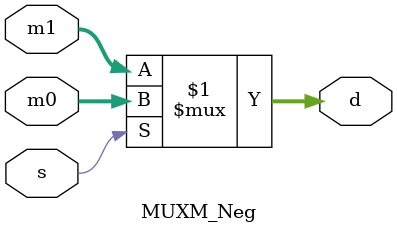
<source format=sv>
module MUXM_Neg(input logic [23:0] m0,m1,
			  input logic s,
			  output logic [23:0] d);
			  
	assign d = s ? m0:m1;
	
endmodule

</source>
